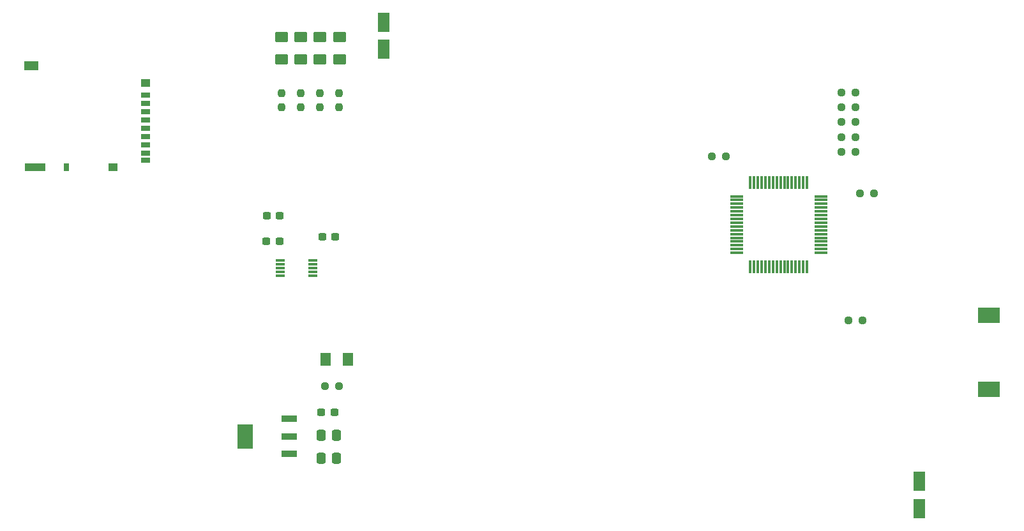
<source format=gbr>
%TF.GenerationSoftware,KiCad,Pcbnew,7.0.8*%
%TF.CreationDate,2023-11-10T01:37:45-08:00*%
%TF.ProjectId,expansionboardA,65787061-6e73-4696-9f6e-626f61726441,3*%
%TF.SameCoordinates,Original*%
%TF.FileFunction,Paste,Bot*%
%TF.FilePolarity,Positive*%
%FSLAX46Y46*%
G04 Gerber Fmt 4.6, Leading zero omitted, Abs format (unit mm)*
G04 Created by KiCad (PCBNEW 7.0.8) date 2023-11-10 01:37:45*
%MOMM*%
%LPD*%
G01*
G04 APERTURE LIST*
G04 Aperture macros list*
%AMRoundRect*
0 Rectangle with rounded corners*
0 $1 Rounding radius*
0 $2 $3 $4 $5 $6 $7 $8 $9 X,Y pos of 4 corners*
0 Add a 4 corners polygon primitive as box body*
4,1,4,$2,$3,$4,$5,$6,$7,$8,$9,$2,$3,0*
0 Add four circle primitives for the rounded corners*
1,1,$1+$1,$2,$3*
1,1,$1+$1,$4,$5*
1,1,$1+$1,$6,$7*
1,1,$1+$1,$8,$9*
0 Add four rect primitives between the rounded corners*
20,1,$1+$1,$2,$3,$4,$5,0*
20,1,$1+$1,$4,$5,$6,$7,0*
20,1,$1+$1,$6,$7,$8,$9,0*
20,1,$1+$1,$8,$9,$2,$3,0*%
G04 Aperture macros list end*
%ADD10RoundRect,0.237500X0.250000X0.237500X-0.250000X0.237500X-0.250000X-0.237500X0.250000X-0.237500X0*%
%ADD11R,2.150000X0.950000*%
%ADD12R,2.150000X3.250000*%
%ADD13RoundRect,0.011600X-0.133400X0.793400X-0.133400X-0.793400X0.133400X-0.793400X0.133400X0.793400X0*%
%ADD14RoundRect,0.011600X0.793400X0.133400X-0.793400X0.133400X-0.793400X-0.133400X0.793400X-0.133400X0*%
%ADD15RoundRect,0.250000X0.550000X-1.050000X0.550000X1.050000X-0.550000X1.050000X-0.550000X-1.050000X0*%
%ADD16RoundRect,0.237500X-0.300000X-0.237500X0.300000X-0.237500X0.300000X0.237500X-0.300000X0.237500X0*%
%ADD17RoundRect,0.250000X-0.550000X1.050000X-0.550000X-1.050000X0.550000X-1.050000X0.550000X1.050000X0*%
%ADD18RoundRect,0.237500X-0.250000X-0.237500X0.250000X-0.237500X0.250000X0.237500X-0.250000X0.237500X0*%
%ADD19R,1.308100X0.304800*%
%ADD20RoundRect,0.237500X0.237500X-0.250000X0.237500X0.250000X-0.237500X0.250000X-0.237500X-0.250000X0*%
%ADD21RoundRect,0.250001X-0.624999X0.462499X-0.624999X-0.462499X0.624999X-0.462499X0.624999X0.462499X0*%
%ADD22R,1.200000X0.700000*%
%ADD23R,1.200000X1.000000*%
%ADD24R,2.800000X1.000000*%
%ADD25R,1.900000X1.300000*%
%ADD26R,0.800000X1.000000*%
%ADD27RoundRect,0.250000X-0.337500X-0.475000X0.337500X-0.475000X0.337500X0.475000X-0.337500X0.475000X0*%
%ADD28RoundRect,0.250001X0.462499X0.624999X-0.462499X0.624999X-0.462499X-0.624999X0.462499X-0.624999X0*%
%ADD29R,3.000000X2.000000*%
%ADD30RoundRect,0.237500X0.300000X0.237500X-0.300000X0.237500X-0.300000X-0.237500X0.300000X-0.237500X0*%
G04 APERTURE END LIST*
D10*
%TO.C,R23*%
X115625000Y-61675000D03*
X113800000Y-61675000D03*
%TD*%
%TO.C,R1*%
X64340064Y-92125800D03*
X62515064Y-92125800D03*
%TD*%
D11*
%TO.C,VR1*%
X57734200Y-96494600D03*
X57734200Y-98794600D03*
X57734200Y-101094600D03*
D12*
X51934200Y-98794600D03*
%TD*%
D13*
%TO.C,U3*%
X118900000Y-65100000D03*
X119400000Y-65100000D03*
X119900000Y-65100000D03*
X120400000Y-65100000D03*
X120900000Y-65100000D03*
X121400000Y-65100000D03*
X121900000Y-65100000D03*
X122400000Y-65100000D03*
X122900000Y-65100000D03*
X123400000Y-65100000D03*
X123900000Y-65100000D03*
X124400000Y-65100000D03*
X124900000Y-65100000D03*
X125400000Y-65100000D03*
X125900000Y-65100000D03*
X126400000Y-65100000D03*
D14*
X128250000Y-66950000D03*
X128250000Y-67450000D03*
X128250000Y-67950000D03*
X128250000Y-68450000D03*
X128250000Y-68950000D03*
X128250000Y-69450000D03*
X128250000Y-69950000D03*
X128250000Y-70450000D03*
X128250000Y-70950000D03*
X128250000Y-71450000D03*
X128250000Y-71950000D03*
X128250000Y-72450000D03*
X128250000Y-72950000D03*
X128250000Y-73450000D03*
X128250000Y-73950000D03*
X128250000Y-74450000D03*
D13*
X126400000Y-76300000D03*
X125900000Y-76300000D03*
X125400000Y-76300000D03*
X124900000Y-76300000D03*
X124400000Y-76300000D03*
X123900000Y-76300000D03*
X123400000Y-76300000D03*
X122900000Y-76300000D03*
X122400000Y-76300000D03*
X121900000Y-76300000D03*
X121400000Y-76300000D03*
X120900000Y-76300000D03*
X120400000Y-76300000D03*
X119900000Y-76300000D03*
X119400000Y-76300000D03*
X118900000Y-76300000D03*
D14*
X117050000Y-74450000D03*
X117050000Y-73950000D03*
X117050000Y-73450000D03*
X117050000Y-72950000D03*
X117050000Y-72450000D03*
X117050000Y-71950000D03*
X117050000Y-71450000D03*
X117050000Y-70950000D03*
X117050000Y-70450000D03*
X117050000Y-69950000D03*
X117050000Y-69450000D03*
X117050000Y-68950000D03*
X117050000Y-68450000D03*
X117050000Y-67950000D03*
X117050000Y-67450000D03*
X117050000Y-66950000D03*
%TD*%
D15*
%TO.C,C5*%
X141285000Y-108375000D03*
X141285000Y-104775000D03*
%TD*%
D16*
%TO.C,C12*%
X62130600Y-72288400D03*
X63855600Y-72288400D03*
%TD*%
D17*
%TO.C,C20*%
X70281800Y-43840400D03*
X70281800Y-47440400D03*
%TD*%
D18*
%TO.C,R20*%
X131000000Y-59100000D03*
X132825000Y-59100000D03*
%TD*%
%TO.C,R19*%
X131000000Y-61075000D03*
X132825000Y-61075000D03*
%TD*%
D19*
%TO.C,U6*%
X56541500Y-77520800D03*
X56541500Y-77012800D03*
X56541500Y-76504800D03*
X56541500Y-75996800D03*
X56541500Y-75488800D03*
X60846800Y-75488800D03*
X60846800Y-75996800D03*
X60846800Y-76504800D03*
X60846800Y-77012800D03*
X60846800Y-77520800D03*
%TD*%
D20*
%TO.C,R6*%
X64340834Y-55118000D03*
X64340834Y-53293000D03*
%TD*%
D21*
%TO.C,D4*%
X61800834Y-45793000D03*
X61800834Y-48768000D03*
%TD*%
D18*
%TO.C,R15*%
X131000000Y-57125000D03*
X132825000Y-57125000D03*
%TD*%
D22*
%TO.C,CRD1*%
X38671200Y-53492000D03*
X38671200Y-54592000D03*
X38671200Y-55692000D03*
X38671200Y-56792000D03*
X38671200Y-57892000D03*
X38671200Y-58992000D03*
X38671200Y-60092000D03*
X38671200Y-61192000D03*
D23*
X34371200Y-63092000D03*
D24*
X24021200Y-63092000D03*
D25*
X23571200Y-49592000D03*
D23*
X38671200Y-51942000D03*
D26*
X28171200Y-63092000D03*
D22*
X38671200Y-62142000D03*
%TD*%
D18*
%TO.C,R21*%
X131912500Y-83450000D03*
X133737500Y-83450000D03*
%TD*%
D27*
%TO.C,C6*%
X61954500Y-98667600D03*
X64029500Y-98667600D03*
%TD*%
D20*
%TO.C,R4*%
X59260834Y-55118000D03*
X59260834Y-53293000D03*
%TD*%
D21*
%TO.C,D5*%
X64389000Y-45793000D03*
X64389000Y-48768000D03*
%TD*%
D20*
%TO.C,R3*%
X56720834Y-55118000D03*
X56720834Y-53293000D03*
%TD*%
%TO.C,R5*%
X61800834Y-55118000D03*
X61800834Y-53293000D03*
%TD*%
D16*
%TO.C,C11*%
X54764600Y-69494400D03*
X56489600Y-69494400D03*
%TD*%
D21*
%TO.C,D2*%
X56720834Y-45793000D03*
X56720834Y-48768000D03*
%TD*%
D10*
%TO.C,R18*%
X132825000Y-55150000D03*
X131000000Y-55150000D03*
%TD*%
D16*
%TO.C,C10*%
X54713800Y-72898000D03*
X56438800Y-72898000D03*
%TD*%
D28*
%TO.C,D1*%
X65526564Y-88569800D03*
X62551564Y-88569800D03*
%TD*%
D29*
%TO.C,LSRIGHT1*%
X150498000Y-92555000D03*
X150498000Y-82705000D03*
%TD*%
D27*
%TO.C,C7*%
X61954500Y-101715600D03*
X64029500Y-101715600D03*
%TD*%
D21*
%TO.C,D3*%
X59260834Y-45793000D03*
X59260834Y-48768000D03*
%TD*%
D18*
%TO.C,R24*%
X133437500Y-66575000D03*
X135262500Y-66575000D03*
%TD*%
%TO.C,R22*%
X131012500Y-53175000D03*
X132837500Y-53175000D03*
%TD*%
D30*
%TO.C,C17*%
X63727500Y-95605600D03*
X62002500Y-95605600D03*
%TD*%
M02*

</source>
